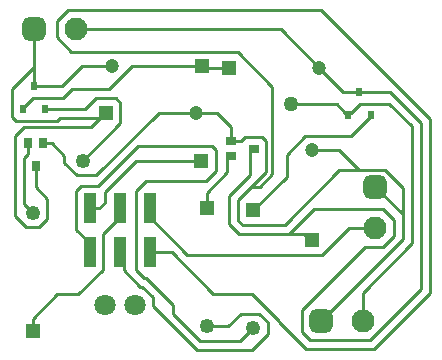
<source format=gbl>
G04*
G04 #@! TF.GenerationSoftware,Altium Limited,Altium Designer,23.3.1 (30)*
G04*
G04 Layer_Physical_Order=2*
G04 Layer_Color=16711680*
%FSLAX44Y44*%
%MOMM*%
G71*
G04*
G04 #@! TF.SameCoordinates,7B0CC697-CB82-4889-8CF9-0E38B3BB7E85*
G04*
G04*
G04 #@! TF.FilePolarity,Positive*
G04*
G01*
G75*
%ADD11C,0.2540*%
%ADD14R,1.2000X1.2000*%
%ADD15C,1.2000*%
%ADD17R,1.2000X1.2000*%
%ADD18C,1.2500*%
%ADD19R,1.2500X1.2500*%
%ADD21R,1.2500X1.2500*%
%ADD23C,1.9500*%
G04:AMPARAMS|DCode=24|XSize=1.95mm|YSize=1.95mm|CornerRadius=0.4875mm|HoleSize=0mm|Usage=FLASHONLY|Rotation=0.000|XOffset=0mm|YOffset=0mm|HoleType=Round|Shape=RoundedRectangle|*
%AMROUNDEDRECTD24*
21,1,1.9500,0.9750,0,0,0.0*
21,1,0.9750,1.9500,0,0,0.0*
1,1,0.9750,0.4875,-0.4875*
1,1,0.9750,-0.4875,-0.4875*
1,1,0.9750,-0.4875,0.4875*
1,1,0.9750,0.4875,0.4875*
%
%ADD24ROUNDEDRECTD24*%
%ADD25C,1.8000*%
G04:AMPARAMS|DCode=26|XSize=1.95mm|YSize=1.95mm|CornerRadius=0.4875mm|HoleSize=0mm|Usage=FLASHONLY|Rotation=270.000|XOffset=0mm|YOffset=0mm|HoleType=Round|Shape=RoundedRectangle|*
%AMROUNDEDRECTD26*
21,1,1.9500,0.9750,0,0,270.0*
21,1,0.9750,1.9500,0,0,270.0*
1,1,0.9750,-0.4875,-0.4875*
1,1,0.9750,-0.4875,0.4875*
1,1,0.9750,0.4875,0.4875*
1,1,0.9750,0.4875,-0.4875*
%
%ADD26ROUNDEDRECTD26*%
%ADD27C,1.2700*%
%ADD28R,0.5590X0.7240*%
%ADD29R,0.7000X0.9000*%
%ADD30R,0.9000X0.7000*%
%ADD31R,1.0000X2.5000*%
D11*
X556225Y520556D02*
X582217D01*
X378460Y414310D02*
X410100Y382670D01*
X524217D01*
X546957Y405410D01*
X334800Y440580D02*
X369020Y474800D01*
X386477Y502920D02*
X417860D01*
X316924Y449760D02*
X333317D01*
X386477Y502920D01*
X493187Y407850D02*
X539307Y453970D01*
X509402Y400050D02*
X509782Y399670D01*
X510890D01*
X496310Y400310D02*
X517430Y421430D01*
X510890Y399670D02*
X515620Y394940D01*
X539307Y453970D02*
X556210D01*
X496570Y400050D02*
X509402D01*
X454120Y400310D02*
X496310D01*
X496570Y400050D01*
X517430Y421430D02*
X576406D01*
X457243Y407850D02*
X493187D01*
X453570Y429217D02*
X464468Y440115D01*
X453570Y411523D02*
X457243Y407850D01*
X446030Y408400D02*
X454120Y400310D01*
X542463Y520556D02*
X556225D01*
X546725Y501520D02*
X548250Y503045D01*
X546312Y501107D02*
X546725Y501520D01*
X536880Y510540D02*
X544375Y503045D01*
X546725Y500695D02*
Y501520D01*
X545200Y503045D02*
X546725Y501520D01*
X544375Y503045D02*
X545200D01*
X497840Y510540D02*
X536880D01*
X274214Y405780D02*
X284586D01*
X264630Y415364D02*
Y482917D01*
X281940Y439977D02*
Y457860D01*
X284586Y405780D02*
X291920Y413114D01*
X264630Y415364D02*
X274214Y405780D01*
X291920Y413114D02*
Y429997D01*
X281940Y439977D02*
X291920Y429997D01*
X482550Y451013D02*
Y525077D01*
X464468Y440115D02*
X471652D01*
X453067Y554560D02*
X482550Y525077D01*
X312314Y554560D02*
X453067D01*
X417860Y502920D02*
X435610D01*
X447700Y478940D02*
Y490830D01*
X435610Y502920D02*
X447700Y490830D01*
X471652Y440115D02*
X482550Y451013D01*
X299930Y566944D02*
X312314Y554560D01*
X432407Y349700D02*
X465130D01*
X507780Y316899D02*
Y335881D01*
X514309Y310370D02*
X565436D01*
X511185Y302830D02*
X568559D01*
X507780Y335881D02*
X561289Y389390D01*
X465130Y349700D02*
X488158Y326672D01*
X507780Y316899D02*
X514309Y310370D01*
X488158Y325858D02*
X511185Y302830D01*
X488158Y325858D02*
Y326672D01*
X561289Y389390D02*
X576406D01*
X568559Y302830D02*
X615950Y350221D01*
X565436Y310370D02*
X608410Y353344D01*
X522000Y541020D02*
X542463Y520556D01*
X369020Y474800D02*
X430957D01*
X367163Y462280D02*
X422110D01*
X340456Y435574D02*
X367163Y462280D01*
X322110D02*
X353870Y494040D01*
Y511517D01*
X489440Y573580D02*
X522000Y541020D01*
X336870Y498190D02*
X341600Y502920D01*
X329234Y490554D02*
X336870Y498190D01*
X264630Y482917D02*
X272266Y490554D01*
X329234D01*
X295750Y476860D02*
X306337Y466273D01*
Y460347D02*
Y466273D01*
X288440Y476860D02*
X295750D01*
X306337Y460347D02*
X316924Y449760D01*
X275440Y468227D02*
Y476860D01*
X272170Y464957D02*
X275440Y468227D01*
X272170Y425530D02*
Y464957D01*
Y425530D02*
X279400Y418300D01*
X350197Y515190D02*
X353870Y511517D01*
X510538Y483470D02*
X549325D01*
X494471Y448751D02*
Y467404D01*
X510538Y483470D01*
X280635Y525465D02*
Y541591D01*
X280950Y541906D01*
X262070Y523026D02*
X280635Y541591D01*
X280950Y541906D02*
Y573580D01*
X262070Y499558D02*
Y523026D01*
Y499558D02*
X265743Y495885D01*
X300154D01*
X302459Y498190D01*
X336870D01*
X312656Y522730D02*
X344472D01*
X333003Y515190D02*
X350197D01*
X305591Y515665D02*
X312656Y522730D01*
X323588Y505775D02*
X333003Y515190D01*
X344472Y522730D02*
X364032Y542290D01*
X549325Y483470D02*
X565725Y499870D01*
X593330Y416850D02*
Y438882D01*
Y395651D02*
Y416850D01*
X569770Y440410D02*
X593330Y416850D01*
X538980Y471200D02*
X556210Y453970D01*
X578242D01*
X464468Y440115D02*
X477470Y453117D01*
X524069Y326390D02*
X593330Y395651D01*
X523800Y326390D02*
X524069D01*
X578242Y453970D02*
X593330Y438882D01*
X453570Y411523D02*
Y429217D01*
X299930Y566944D02*
Y580216D01*
X309314Y589600D01*
X523836D01*
X615950Y497486D01*
Y350221D02*
Y497486D01*
X397297Y384810D02*
X432407Y349700D01*
X378460Y384810D02*
X397297D01*
X546957Y405410D02*
X569770D01*
X367190Y436907D02*
X375453Y445170D01*
X426367D01*
X434630Y453433D01*
X378460Y414310D02*
Y421810D01*
X367190Y369713D02*
Y436907D01*
X398371Y332753D02*
Y339957D01*
X381030Y339431D02*
Y346635D01*
X367190Y369713D02*
X373783Y363120D01*
X381030Y339431D02*
X418411Y302050D01*
X372085Y355580D02*
X381030Y346635D01*
X338930Y369713D02*
Y400180D01*
X318254Y349036D02*
X338930Y369713D01*
X398371Y332753D02*
X421534Y309590D01*
X356790Y369450D02*
X370660Y355580D01*
X375208Y363120D02*
X398371Y339957D01*
X300077Y349036D02*
X318254D01*
X370660Y355580D02*
X372085D01*
X356790Y369450D02*
Y381080D01*
X353060Y384810D02*
X356790Y381080D01*
X418411Y302050D02*
X465476D01*
X373783Y363120D02*
X375208D01*
X421534Y309590D02*
X455310D01*
X465476Y302050D02*
X478610Y315184D01*
X455310Y309590D02*
X466090Y320370D01*
X444956Y322110D02*
X455736Y332890D01*
X471276D02*
X478610Y325556D01*
X455736Y332890D02*
X471276D01*
X434630Y453433D02*
Y471127D01*
X581525Y510585D02*
X600870Y491240D01*
X558800Y350458D02*
X600870Y392528D01*
Y491240D01*
X576406Y389390D02*
X585790Y398774D01*
X608410Y353344D02*
Y494363D01*
X582217Y520556D02*
X608410Y494363D01*
X463470Y470210D02*
X465700Y472440D01*
X463470Y449780D02*
Y470210D01*
X446030Y432340D02*
X463470Y449780D01*
X446030Y408400D02*
Y432340D01*
X585790Y398774D02*
Y412046D01*
X558800Y326390D02*
Y350458D01*
X576406Y421430D02*
X585790Y412046D01*
X459603Y482210D02*
X473797D01*
X477470Y478537D01*
Y453117D02*
Y478537D01*
X456333Y478940D02*
X459603Y482210D01*
X447700Y478940D02*
X456333D01*
X430957Y474800D02*
X434630Y471127D01*
X466090Y420370D02*
X494471Y448751D01*
X444470Y452610D02*
Y463710D01*
X335450Y421810D02*
X340456Y426816D01*
X327660Y421810D02*
X335450D01*
X320063Y440580D02*
X334800D01*
X426720Y434860D02*
X444470Y452610D01*
X426720Y422110D02*
Y434860D01*
X340456Y426816D02*
Y435574D01*
X549075Y503045D02*
X556525Y510495D01*
X561527D01*
X548250Y503045D02*
X549075D01*
X561527Y510495D02*
X561617Y510585D01*
X581525D01*
X565725Y499870D02*
Y500695D01*
X515620Y471200D02*
X538980D01*
X444470Y463710D02*
X446700Y465940D01*
X447700D01*
X478610Y315184D02*
Y325556D01*
X426720Y322110D02*
X444956D01*
X316390Y403580D02*
Y436907D01*
X320063Y440580D01*
X327660Y384810D02*
Y392310D01*
X316390Y403580D02*
X327660Y392310D01*
X338930Y400180D02*
X353060Y414310D01*
Y421810D01*
X279400Y328360D02*
X300077Y349036D01*
X279400Y318300D02*
Y328360D01*
X271135Y505775D02*
Y506600D01*
X290135Y505775D02*
X323588D01*
X364032Y542290D02*
X422940D01*
X284743Y515665D02*
X305591D01*
X280110Y515575D02*
X284653D01*
X304728Y525465D02*
X321553Y542290D01*
X346680D01*
X284653Y515575D02*
X284743Y515665D01*
X280635Y525465D02*
X304728D01*
X271135Y506600D02*
X280110Y515575D01*
X424210Y541020D02*
X445740D01*
X422940Y542290D02*
X424210Y541020D01*
X315950Y573580D02*
X489440D01*
D14*
X445740Y541020D02*
D03*
X341600Y502920D02*
D03*
X422940Y542290D02*
D03*
D15*
X522000Y541020D02*
D03*
X417860Y502920D02*
D03*
X346680Y542290D02*
D03*
X515620Y471200D02*
D03*
D17*
Y394940D02*
D03*
D18*
X466090Y320370D02*
D03*
X279400Y418300D02*
D03*
X426720Y322110D02*
D03*
X322110Y462280D02*
D03*
D19*
X466090Y420370D02*
D03*
X279400Y318300D02*
D03*
X426720Y422110D02*
D03*
D21*
X422110Y462280D02*
D03*
D23*
X315950Y573580D02*
D03*
X558800Y326390D02*
D03*
X569770Y405410D02*
D03*
D24*
X280950Y573580D02*
D03*
X523800Y326390D02*
D03*
D25*
X340360Y340310D02*
D03*
X365760D02*
D03*
D26*
X569770Y440410D02*
D03*
D27*
X497840Y510540D02*
D03*
D28*
X565725Y500695D02*
D03*
X546725D02*
D03*
X556225Y520385D02*
D03*
X280635Y525465D02*
D03*
X271135Y505775D02*
D03*
X290135D02*
D03*
D29*
X281940Y457860D02*
D03*
X288440Y476860D02*
D03*
X275440D02*
D03*
D30*
X447700Y465940D02*
D03*
Y478940D02*
D03*
X466700Y472440D02*
D03*
D31*
X378460Y421810D02*
D03*
Y384810D02*
D03*
X353060Y421810D02*
D03*
Y384810D02*
D03*
X327660Y421810D02*
D03*
Y384810D02*
D03*
M02*

</source>
